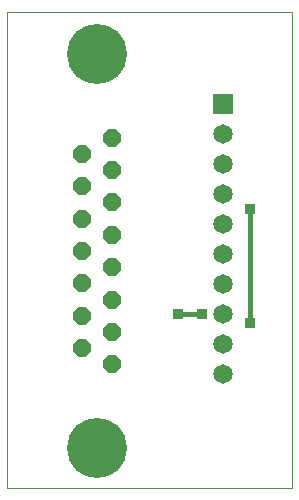
<source format=gtl>
G75*
%MOIN*%
%OFA0B0*%
%FSLAX25Y25*%
%IPPOS*%
%LPD*%
%AMOC8*
5,1,8,0,0,1.08239X$1,22.5*
%
%ADD10C,0.00000*%
%ADD11R,0.06500X0.06500*%
%ADD12C,0.06500*%
%ADD13OC8,0.06000*%
%ADD14C,0.20000*%
%ADD15R,0.03562X0.03562*%
%ADD16C,0.01600*%
D10*
X0041800Y0001000D02*
X0041800Y0159701D01*
X0136721Y0159701D01*
X0136721Y0001000D01*
X0041800Y0001000D01*
D11*
X0113800Y0129000D03*
D12*
X0113800Y0119000D03*
X0113800Y0109000D03*
X0113800Y0099000D03*
X0113800Y0089000D03*
X0113800Y0079000D03*
X0113800Y0069000D03*
X0113800Y0059000D03*
X0113800Y0049000D03*
X0113800Y0039000D03*
D13*
X0076800Y0042200D03*
X0076800Y0053000D03*
X0076800Y0063800D03*
X0076800Y0074600D03*
X0076800Y0085400D03*
X0076800Y0096200D03*
X0076800Y0107000D03*
X0076800Y0117800D03*
X0066800Y0112400D03*
X0066800Y0101600D03*
X0066800Y0090800D03*
X0066800Y0080000D03*
X0066800Y0069200D03*
X0066800Y0058400D03*
X0066800Y0047600D03*
D14*
X0071800Y0014400D03*
X0071800Y0145600D03*
D15*
X0122800Y0094000D03*
X0106800Y0059000D03*
X0098800Y0059000D03*
X0122800Y0056000D03*
D16*
X0122800Y0094000D01*
X0106800Y0059000D02*
X0098800Y0059000D01*
M02*

</source>
